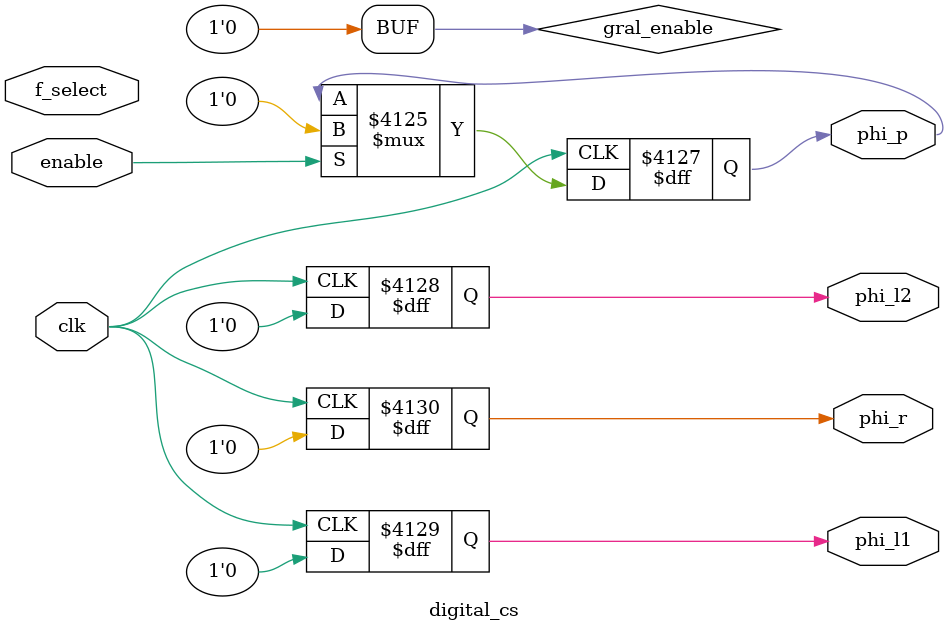
<source format=v>

`timescale 1ns/1ps

module digital_cs(
    input wire enable,
    input wire clk,
    input wire [3:0] f_select,
    output reg phi_p,
    output reg phi_l2,
    output reg phi_l1,
    output reg phi_r
);
    parameter t_min = 24'hF43B70; //16.006.000 ns -> 62.4765712858 Hz
    parameter t_waves = 24'hF439E0; // 16.005.600 ns -> 62.4781326536 Hz
    parameter t_step = 24'hF4378; //1.000.312 ns ->  999.688097314 Hz // -> fmax = 0.99 MHz

    integer delay;
    reg [12:0] count = 13'h804; // 2052 en decimal
    reg gral_enable = 1'b0;

    // Inicialización de señales
    initial begin
        phi_r = 0;
        phi_l2 = 0;
        phi_l1 = 0;
        phi_p = 0;
    end

    // Generación de funciones controlada por gral_enable
    always @(posedge clk) begin
        if (enable) begin
            phi_r <= 1;
            phi_l2 <= 1;
            phi_l1 <= 0;
            phi_p <= 1;
            #400; // Delay de 556us
            phi_p <= 0;
            generate_functions();
            phi_r <= 0;
            phi_l2 <= 0;
            phi_l1 <= 0;
            delay = t_min - 400 - t_waves + f_select*t_step;
            #delay;
        end else begin
            phi_r <= 0;
            phi_l2 <= 0;
            phi_l1 <= 0;
        end
    end

    // Task para generar funciones
    task generate_functions;
        begin
            repeat (2052) begin // Repetir 2052 veces
                if (enable) begin
                    if (count > 0) begin
                        phi_r <= 0;
                        phi_l2 <= 0;
                        phi_l1 <= 1;
                        #3900; // 3.89us -> mitad de frecuencia mínima
                        phi_r <= 1;
                        phi_l2 <= 1;
                        phi_l1 <= 0;
                        #1949; // 1.94us -> debería ser 18.64 1/4 de frecuencia mínima
                        phi_r <= 0;
                        phi_l2 <= 1;
                        phi_l1 <= 0;
                        #1950; // 1.94us -> debería ser 18.64 1/4 de frecuencia mínima
                        count <= count - 1;
                    end
                end
            end
            count <= 13'h804; // Reiniciar count al valor inicial
        end
    endtask

endmodule

</source>
